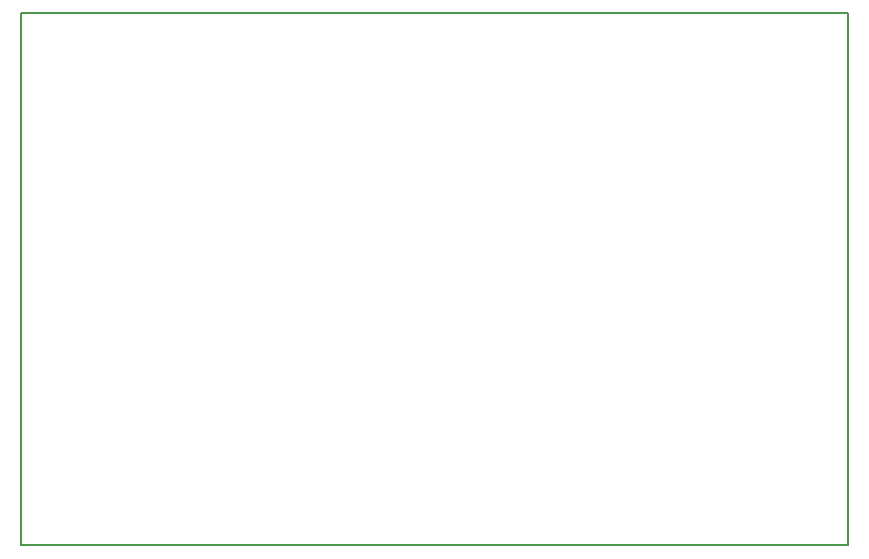
<source format=gm1>
G04*
G04 #@! TF.GenerationSoftware,Altium Limited,Altium Designer,24.5.2 (23)*
G04*
G04 Layer_Color=16777215*
%FSLAX25Y25*%
%MOIN*%
G70*
G04*
G04 #@! TF.SameCoordinates,466BDFCD-25A3-4837-BAAA-452BE7E626CC*
G04*
G04*
G04 #@! TF.FilePolarity,Positive*
G04*
G01*
G75*
%ADD10C,0.00500*%
D10*
X0Y0D02*
X275590D01*
X0Y177165D02*
X275590D01*
Y0D02*
Y177165D01*
X0Y0D02*
Y177165D01*
M02*

</source>
